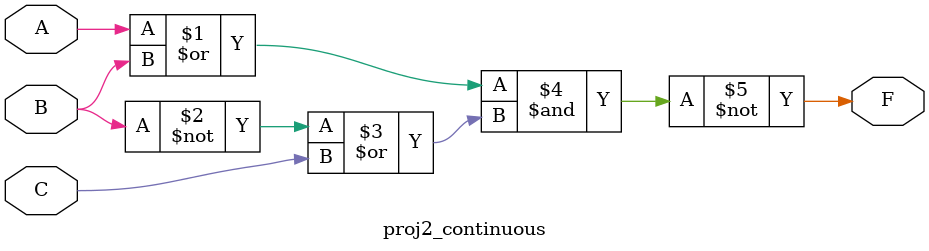
<source format=v>
`timescale 1ns / 1ps


module proj2_continuous(
    input A,
    input B,
    input C,
    output F
    );
    assign F = ~((A|B)&(~B|C));
endmodule

</source>
